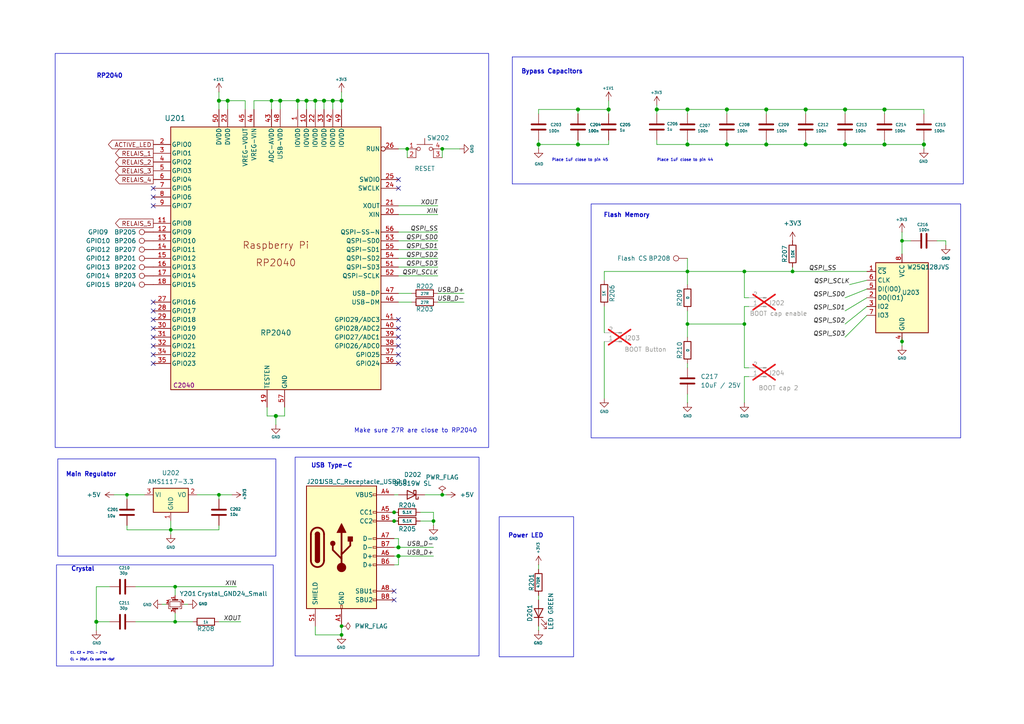
<source format=kicad_sch>
(kicad_sch (version 20231120) (generator "eeschema") (generator_version "8.0")
  (paper "A4")
  (title_block (title "Octoprobe") (date "2024-04-24") (rev "1.0") (company "Hans Märki, Märki Informatik") (comment 1 "The MIT License (MIT)"))
  (lib_symbols
    (symbol "00_project_library:AMS1117-3.3"
      (property "Reference" "U" (at -3.81 3.175 0))
      (property "Value" "AMS1117-3.3" (at 0 3.175 0))
      (symbol "AMS1117-3.3_1_1"
        (pin power_in line (at 0 -7.62 90) (length 2.54) (name "GND") (number "1"))
        (pin power_out line (at 7.62 0 180) (length 2.54) (name "VO") (number "2"))
        (pin power_in line (at -7.62 0 0) (length 2.54) (name "VI") (number "3"))
      )
    )
    (symbol "00_project_library:C" (pin_numbers hide) (pin_names (offset 0.254))
      (property "Reference" "C" (at 0.635 2.54 0))
      (property "Value" "C" (at 0.635 -2.54 0))
      (symbol "C_1_1"
        (pin passive line (at 0 3.81 270) (length 2.794) (name "~") (number "1"))
        (pin passive line (at 0 -3.81 90) (length 2.794) (name "~") (number "2"))
      )
    )
    (symbol "00_project_library:Crystal_GND24_Small" (pin_names (offset 1.016) hide)
      (property "Reference" "Y" (at 1.27 4.445 0))
      (property "Value" "Crystal_GND24_Small" (at 1.27 2.54 0))
      (symbol "Crystal_GND24_Small_1_1"
        (pin passive line (at -2.54 0 0) (length 1.27) (name "1") (number "1"))
        (pin passive line (at 0 -2.54 90) (length 0.635) (name "2") (number "2"))
        (pin passive line (at 2.54 0 180) (length 1.27) (name "3") (number "3"))
        (pin passive line (at 0 2.54 270) (length 0.635) (name "4") (number "4"))
      )
    )
    (symbol "00_project_library:LED GREEN" (pin_numbers hide) (pin_names (offset 1.016) hide)
      (property "Reference" "D" (at 0 2.54 0))
      (property "Value" "LED GREEN" (at 0 -2.54 0))
      (symbol "LED GREEN_1_1"
        (pin passive line (at -3.81 0 0) (length 2.54) (name "K") (number "1"))
        (pin passive line (at 3.81 0 180) (length 2.54) (name "A") (number "2"))
      )
    )
    (symbol "00_project_library:RP2040" (pin_names (offset 0.254))
      (property "Reference" "U" (at 1.27 78.74 0))
      (property "Value" "RP2040" (at 30.48 16.51 0))
      (symbol "RP2040_0_0"
        (text "Raspberry Pi" (at 30.48 41.91 0) (effects (font (size 2 2))))
        (text "RP2040" (at 30.48 36.83 0) (effects (font (size 2 2))))
      )
      (symbol "RP2040_1_1"
        (pin power_in line (at 36.83 81.28 270) (length 5.08) (name "IOVDD") (number "1"))
        (pin power_in line (at 39.37 81.28 270) (length 5.08) (name "IOVDD") (number "10"))
        (pin bidirectional line (at -5.08 48.26 0) (length 5.08) (name "GPIO8") (number "11"))
        (pin bidirectional line (at -5.08 45.72 0) (length 5.08) (name "GPIO9") (number "12"))
        (pin bidirectional line (at -5.08 43.18 0) (length 5.08) (name "GPIO10") (number "13"))
        (pin bidirectional line (at -5.08 40.64 0) (length 5.08) (name "GPIO11") (number "14"))
        (pin bidirectional line (at -5.08 38.1 0) (length 5.08) (name "GPIO12") (number "15"))
        (pin bidirectional line (at -5.08 35.56 0) (length 5.08) (name "GPIO13") (number "16"))
        (pin bidirectional line (at -5.08 33.02 0) (length 5.08) (name "GPIO14") (number "17"))
        (pin bidirectional line (at -5.08 30.48 0) (length 5.08) (name "GPIO15") (number "18"))
        (pin input line (at 27.94 -5.08 90) (length 5.08) (name "TESTEN") (number "19"))
        (pin bidirectional line (at -5.08 71.12 0) (length 5.08) (name "GPIO0") (number "2"))
        (pin bidirectional line (at 66.04 50.8 180) (length 5.08) (name "XIN") (number "20"))
        (pin output line (at 66.04 53.34 180) (length 5.08) (name "XOUT") (number "21"))
        (pin power_in line (at 41.91 81.28 270) (length 5.08) (name "IOVDD") (number "22"))
        (pin power_in line (at 16.51 81.28 270) (length 5.08) (name "DVDD") (number "23"))
        (pin unspecified line (at 66.04 58.42 180) (length 5.08) (name "SWCLK") (number "24"))
        (pin unspecified line (at 66.04 60.96 180) (length 5.08) (name "SWDIO") (number "25"))
        (pin input inverted (at 66.04 69.85 180) (length 5.08) (name "RUN") (number "26"))
        (pin bidirectional line (at -5.08 25.4 0) (length 5.08) (name "GPIO16") (number "27"))
        (pin bidirectional line (at -5.08 22.86 0) (length 5.08) (name "GPIO17") (number "28"))
        (pin bidirectional line (at -5.08 20.32 0) (length 5.08) (name "GPIO18") (number "29"))
        (pin bidirectional line (at -5.08 68.58 0) (length 5.08) (name "GPIO1") (number "3"))
        (pin bidirectional line (at -5.08 17.78 0) (length 5.08) (name "GPIO19") (number "30"))
        (pin bidirectional line (at -5.08 15.24 0) (length 5.08) (name "GPIO20") (number "31"))
        (pin bidirectional line (at -5.08 12.7 0) (length 5.08) (name "GPIO21") (number "32"))
        (pin power_in line (at 44.45 81.28 270) (length 5.08) (name "IOVDD") (number "33"))
        (pin bidirectional line (at -5.08 10.16 0) (length 5.08) (name "GPIO22") (number "34"))
        (pin bidirectional line (at -5.08 7.62 0) (length 5.08) (name "GPIO23") (number "35"))
        (pin bidirectional line (at 66.04 7.62 180) (length 5.08) (name "GPIO24") (number "36"))
        (pin bidirectional line (at 66.04 10.16 180) (length 5.08) (name "GPIO25") (number "37"))
        (pin bidirectional line (at 66.04 12.7 180) (length 5.08) (name "GPIO26/ADC0") (number "38"))
        (pin bidirectional line (at 66.04 15.24 180) (length 5.08) (name "GPIO27/ADC1") (number "39"))
        (pin bidirectional line (at -5.08 66.04 0) (length 5.08) (name "GPIO2") (number "4"))
        (pin bidirectional line (at 66.04 17.78 180) (length 5.08) (name "GPIO28/ADC2") (number "40"))
        (pin bidirectional line (at 66.04 20.32 180) (length 5.08) (name "GPIO29/ADC3") (number "41"))
        (pin power_in line (at 46.99 81.28 270) (length 5.08) (name "IOVDD") (number "42"))
        (pin power_in line (at 29.21 81.28 270) (length 5.08) (name "ADC-AVDD") (number "43"))
        (pin power_in line (at 24.13 81.28 270) (length 5.08) (name "VREG-VIN") (number "44"))
        (pin power_out line (at 21.59 81.28 270) (length 5.08) (name "VREG-VOUT") (number "45"))
        (pin bidirectional line (at 66.04 25.4 180) (length 5.08) (name "USB-DM") (number "46"))
        (pin bidirectional line (at 66.04 27.94 180) (length 5.08) (name "USB-DP") (number "47"))
        (pin power_in line (at 31.75 81.28 270) (length 5.08) (name "USB-VDD") (number "48"))
        (pin power_in line (at 49.53 81.28 270) (length 5.08) (name "IOVDD") (number "49"))
        (pin bidirectional line (at -5.08 63.5 0) (length 5.08) (name "GPIO3") (number "5"))
        (pin power_in line (at 13.97 81.28 270) (length 5.08) (name "DVDD") (number "50"))
        (pin bidirectional line (at 66.04 35.56 180) (length 5.08) (name "QSPI-SD3") (number "51"))
        (pin bidirectional line (at 66.04 33.02 180) (length 5.08) (name "QSPI-SCLK") (number "52"))
        (pin bidirectional line (at 66.04 43.18 180) (length 5.08) (name "QSPI-SD0") (number "53"))
        (pin bidirectional line (at 66.04 38.1 180) (length 5.08) (name "QSPI-SD2") (number "54"))
        (pin bidirectional line (at 66.04 40.64 180) (length 5.08) (name "QSPI-SD1") (number "55"))
        (pin bidirectional line (at 66.04 45.72 180) (length 5.08) (name "QSPI-SS-N") (number "56"))
        (pin power_in line (at 33.02 -5.08 90) (length 5.08) (name "GND") (number "57"))
        (pin bidirectional line (at -5.08 60.96 0) (length 5.08) (name "GPIO4") (number "6"))
        (pin bidirectional line (at -5.08 58.42 0) (length 5.08) (name "GPIO5") (number "7"))
        (pin bidirectional line (at -5.08 55.88 0) (length 5.08) (name "GPIO6") (number "8"))
        (pin bidirectional line (at -5.08 53.34 0) (length 5.08) (name "GPIO7") (number "9"))
      )
    )
    (symbol "00_project_library:SW_MEC_5E" (pin_names (offset 1.016) hide)
      (property "Reference" "SW" (at 0.635 5.715 0))
      (property "Value" "SW_MEC_5E" (at 0 -3.175 0))
      (symbol "SW_MEC_5E_0_1"
        (pin passive line (at -5.08 2.54 0) (length 2.54) (name "1") (number "1"))
        (pin passive line (at -5.08 0 0) (length 2.54) (name "2") (number "2"))
        (pin passive line (at 5.08 0 180) (length 2.54) (name "K") (number "3"))
        (pin passive line (at 5.08 2.54 180) (length 2.54) (name "A") (number "4"))
      )
    )
    (symbol "00_project_library:USB_C_Receptacle_USB2.0" (pin_names (offset 1.016))
      (property "Reference" "J" (at -10.16 19.05 0))
      (property "Value" "USB_C_Receptacle_USB2.0" (at 19.05 19.05 0))
      (symbol "USB_C_Receptacle_USB2.0_1_1"
        (pin passive line (at 0 -22.86 90) (length 5.08) (name "GND") (number "A1"))
        (pin passive line (at 0 -22.86 90) (length 5.08) hide (name "GND") (number "A12"))
        (pin passive line (at 15.24 15.24 180) (length 5.08) (name "VBUS") (number "A4"))
        (pin bidirectional line (at 15.24 10.16 180) (length 5.08) (name "CC1") (number "A5"))
        (pin bidirectional line (at 15.24 -2.54 180) (length 5.08) (name "D+") (number "A6"))
        (pin bidirectional line (at 15.24 2.54 180) (length 5.08) (name "D-") (number "A7"))
        (pin bidirectional line (at 15.24 -12.7 180) (length 5.08) (name "SBU1") (number "A8"))
        (pin passive line (at 15.24 15.24 180) (length 5.08) hide (name "VBUS") (number "A9"))
        (pin passive line (at 0 -22.86 90) (length 5.08) hide (name "GND") (number "B1"))
        (pin passive line (at 0 -22.86 90) (length 5.08) hide (name "GND") (number "B12"))
        (pin passive line (at 15.24 15.24 180) (length 5.08) hide (name "VBUS") (number "B4"))
        (pin bidirectional line (at 15.24 7.62 180) (length 5.08) (name "CC2") (number "B5"))
        (pin bidirectional line (at 15.24 -5.08 180) (length 5.08) (name "D+") (number "B6"))
        (pin bidirectional line (at 15.24 0 180) (length 5.08) (name "D-") (number "B7"))
        (pin bidirectional line (at 15.24 -15.24 180) (length 5.08) (name "SBU2") (number "B8"))
        (pin passive line (at 15.24 15.24 180) (length 5.08) hide (name "VBUS") (number "B9"))
        (pin passive line (at -7.62 -22.86 90) (length 5.08) (name "SHIELD") (number "S1"))
      )
    )
    (symbol "00_project_library:W25Q128JVS"
      (property "Reference" "U" (at -8.89 8.89 0))
      (property "Value" "W25Q128JVS" (at 7.62 8.89 0))
      (symbol "W25Q128JVS_1_1"
        (pin input line (at -10.16 7.62 0) (length 2.54) (name "~{CS}") (number "1"))
        (pin bidirectional line (at -10.16 0 0) (length 2.54) (name "DO(IO1)") (number "2"))
        (pin bidirectional line (at -10.16 -2.54 0) (length 2.54) (name "IO2") (number "3"))
        (pin power_in line (at 0 -12.7 90) (length 2.54) (name "GND") (number "4"))
        (pin bidirectional line (at -10.16 2.54 0) (length 2.54) (name "DI(IO0)") (number "5"))
        (pin input line (at -10.16 5.08 0) (length 2.54) (name "CLK") (number "6"))
        (pin bidirectional line (at -10.16 -5.08 0) (length 2.54) (name "IO3") (number "7"))
        (pin power_in line (at 0 12.7 270) (length 2.54) (name "VCC") (number "8"))
      )
    )
    (symbol "00_project_library:octoprobe_breakout_label" (pin_numbers hide) (pin_names (offset 0.762) hide)
      (property "Reference" "BP" (at -10.414 0 0))
      (property "Value" "octoprobe_prototype_board" (at -25.146 0 0))
      (symbol "octoprobe_breakout_label_1_1"
        (pin passive line (at 0 0 180) (length 2.54) (name "1") (number "1"))
      )
    )
    (symbol "Connector:Conn_01x02_Pin" (pin_names (offset 1.016) hide)
      (property "Reference" "J" (at 0 2.54 0))
      (property "Value" "Conn_01x02_Pin" (at 0 -5.08 0))
      (symbol "Conn_01x02_Pin_1_1"
        (pin passive line (at 5.08 0 180) (length 3.81) (name "Pin_1") (number "1"))
        (pin passive line (at 5.08 -2.54 180) (length 3.81) (name "Pin_2") (number "2"))
      )
    )
    (symbol "Device:D_Schottky" (pin_numbers hide) (pin_names (offset 1.016) hide)
      (property "Reference" "D" (at 0 2.54 0))
      (property "Value" "D_Schottky" (at 0 -2.54 0))
      (symbol "D_Schottky_1_1"
        (pin passive line (at -3.81 0 0) (length 2.54) (name "K") (number "1"))
        (pin passive line (at 3.81 0 180) (length 2.54) (name "A") (number "2"))
      )
    )
    (symbol "Device:R" (pin_numbers hide) (pin_names (offset 0))
      (property "Reference" "R" (at 2.032 0 90))
      (property "Value" "R" (at 0 0 90))
      (symbol "R_1_1"
        (pin passive line (at 0 3.81 270) (length 1.27) (name "~") (number "1"))
        (pin passive line (at 0 -3.81 90) (length 1.27) (name "~") (number "2"))
      )
    )
    (symbol "power:+1V1" (power) (pin_numbers hide) (pin_names (offset 0) hide)
      (property "Value" "+1V1" (at 0 3.556 0))
      (symbol "+1V1_1_1"
        (pin power_in line (at 0 0 90) (length 0) (name "~") (number "1"))
      )
    )
    (symbol "power:+3V3" (power) (pin_numbers hide) (pin_names (offset 0) hide)
      (property "Value" "+3V3" (at 0 3.556 0))
      (symbol "+3V3_1_1"
        (pin power_in line (at 0 0 90) (length 0) (name "~") (number "1"))
      )
    )
    (symbol "power:+5V" (power) (pin_numbers hide) (pin_names (offset 0) hide)
      (property "Value" "+5V" (at 0 3.556 0))
      (symbol "+5V_1_1"
        (pin power_in line (at 0 0 90) (length 0) (name "~") (number "1"))
      )
    )
    (symbol "power:GND" (power) (pin_numbers hide) (pin_names (offset 0) hide)
      (property "Value" "GND" (at 0 -3.81 0))
      (symbol "GND_1_1"
        (pin power_in line (at 0 0 270) (length 0) (name "~") (number "1"))
      )
    )
    (symbol "power:PWR_FLAG" (power) (pin_numbers hide) (pin_names (offset 0) hide)
      (property "Value" "PWR_FLAG" (at 0 3.81 0))
      (symbol "PWR_FLAG_0_0"
        (pin power_out line (at 0 0 90) (length 0) (name "~") (number "1"))
      )
    )
  )
  (junction (at 91.44 29.21) (diameter 1.016))
  (junction (at 261.62 69.85))
  (junction (at 199.39 93.98))
  (junction (at 80.01 120.65) (diameter 1.016))
  (junction (at 176.53 31.75) (diameter 1.016))
  (junction (at 261.62 99.06))
  (junction (at 99.06 29.21) (diameter 1.016))
  (junction (at 222.25 31.75) (diameter 1.016))
  (junction (at 156.21 41.91) (diameter 1.016))
  (junction (at 78.74 29.21))
  (junction (at 125.73 151.13))
  (junction (at 233.68 31.75) (diameter 1.016))
  (junction (at 63.5 29.21) (diameter 1.016))
  (junction (at 222.25 41.91) (diameter 1.016))
  (junction (at 245.11 31.75) (diameter 1.016))
  (junction (at 88.9 29.21) (diameter 1.016))
  (junction (at 199.39 78.74))
  (junction (at 49.53 153.67))
  (junction (at 167.64 41.91) (diameter 1.016))
  (junction (at 81.28 29.21) (diameter 1.016))
  (junction (at 210.82 31.75) (diameter 1.016))
  (junction (at 190.5 31.75) (diameter 1.016))
  (junction (at 215.9 93.98))
  (junction (at 267.97 41.91) (diameter 1.016))
  (junction (at 96.52 29.21) (diameter 1.016))
  (junction (at 36.83 143.51))
  (junction (at 115.57 161.29) (diameter 1.016))
  (junction (at 114.3 148.59))
  (junction (at 86.36 29.21) (diameter 1.016))
  (junction (at 66.04 29.21) (diameter 1.016))
  (junction (at 256.54 31.75) (diameter 1.016))
  (junction (at 199.39 41.91) (diameter 1.016))
  (junction (at 63.5 143.51))
  (junction (at 210.82 41.91) (diameter 1.016))
  (junction (at 128.27 43.18))
  (junction (at 50.8 170.18))
  (junction (at 27.94 180.34) (diameter 1.016))
  (junction (at 256.54 41.91) (diameter 1.016))
  (junction (at 215.9 78.74))
  (junction (at 118.11 43.18))
  (junction (at 99.06 181.61))
  (junction (at 99.06 184.15))
  (junction (at 93.98 29.21) (diameter 1.016))
  (junction (at 233.68 41.91) (diameter 1.016))
  (junction (at 245.11 41.91) (diameter 1.016))
  (junction (at 50.8 180.34))
  (junction (at 229.87 78.74))
  (junction (at 115.57 158.75) (diameter 1.016))
  (junction (at 114.3 151.13))
  (junction (at 167.64 31.75) (diameter 1.016))
  (junction (at 199.39 31.75) (diameter 1.016))
  (junction (at 128.27 143.51))
  (no_connect (at 44.45 95.25))
  (no_connect (at 114.3 173.99))
  (no_connect (at 44.45 57.15))
  (no_connect (at 44.45 87.63))
  (no_connect (at 114.3 171.45))
  (no_connect (at 115.57 102.87))
  (no_connect (at 44.45 105.41))
  (no_connect (at 115.57 52.07))
  (no_connect (at 44.45 90.17))
  (no_connect (at 44.45 54.61))
  (no_connect (at 44.45 100.33))
  (no_connect (at 115.57 100.33))
  (no_connect (at 115.57 95.25))
  (no_connect (at 115.57 105.41))
  (no_connect (at 115.57 92.71))
  (no_connect (at 115.57 54.61))
  (no_connect (at 44.45 92.71))
  (no_connect (at 44.45 102.87))
  (no_connect (at 44.45 59.69))
  (no_connect (at 44.45 97.79))
  (no_connect (at 115.57 97.79))
  (wire (pts (xy 99.06 31.75) (xy 99.06 29.21)))
  (wire (pts (xy 121.92 148.59) (xy 125.73 148.59)))
  (wire (pts (xy 115.57 69.85) (xy 127 69.85)))
  (wire (pts (xy 199.39 116.84) (xy 199.39 114.3)))
  (wire (pts (xy 80.01 120.65) (xy 82.55 120.65)))
  (wire (pts (xy 215.9 78.74) (xy 215.9 86.36)))
  (wire (pts (xy 118.11 43.18) (xy 118.11 45.72)))
  (wire (pts (xy 82.55 120.65) (xy 82.55 118.11)))
  (wire (pts (xy 91.44 29.21) (xy 93.98 29.21)))
  (wire (pts (xy 81.28 31.75) (xy 81.28 29.21)))
  (wire (pts (xy 222.25 41.91) (xy 210.82 41.91)))
  (wire (pts (xy 96.52 29.21) (xy 99.06 29.21)))
  (wire (pts (xy 93.98 29.21) (xy 96.52 29.21)))
  (wire (pts (xy 271.78 69.85) (xy 274.32 69.85)))
  (wire (pts (xy 256.54 33.02) (xy 256.54 31.75)))
  (wire (pts (xy 63.5 144.78) (xy 63.5 143.51)))
  (wire (pts (xy 49.53 153.67) (xy 49.53 154.94)))
  (wire (pts (xy 199.39 40.64) (xy 199.39 41.91)))
  (wire (pts (xy 115.57 62.23) (xy 127 62.23)))
  (wire (pts (xy 251.46 88.9) (xy 245.11 93.98)))
  (wire (pts (xy 233.68 33.02) (xy 233.68 31.75)))
  (polyline (pts (xy 148.59 16.51) (xy 148.59 53.34)))
  (wire (pts (xy 215.9 109.22) (xy 215.9 116.84)))
  (wire (pts (xy 190.5 31.75) (xy 190.5 33.02)))
  (wire (pts (xy 229.87 77.47) (xy 229.87 78.74)))
  (wire (pts (xy 167.64 41.91) (xy 167.64 40.64)))
  (wire (pts (xy 256.54 31.75) (xy 267.97 31.75)))
  (wire (pts (xy 261.62 99.06) (xy 261.62 100.33)))
  (wire (pts (xy 115.57 67.31) (xy 127 67.31)))
  (wire (pts (xy 199.39 31.75) (xy 210.82 31.75)))
  (wire (pts (xy 78.74 31.75) (xy 78.74 29.21)))
  (wire (pts (xy 115.57 158.75) (xy 125.73 158.75)))
  (wire (pts (xy 256.54 41.91) (xy 245.11 41.91)))
  (wire (pts (xy 115.57 59.69) (xy 127 59.69)))
  (wire (pts (xy 80.01 123.19) (xy 80.01 120.65)))
  (wire (pts (xy 39.37 180.34) (xy 50.8 180.34)))
  (wire (pts (xy 251.46 83.82) (xy 245.11 86.36)))
  (polyline (pts (xy 279.4 53.34) (xy 148.59 53.34)))
  (wire (pts (xy 190.5 40.64) (xy 190.5 41.91)))
  (wire (pts (xy 245.11 41.91) (xy 233.68 41.91)))
  (wire (pts (xy 175.26 88.9) (xy 175.26 96.52)))
  (wire (pts (xy 245.11 40.64) (xy 245.11 41.91)))
  (wire (pts (xy 156.21 41.91) (xy 167.64 41.91)))
  (wire (pts (xy 36.83 152.4) (xy 36.83 153.67)))
  (wire (pts (xy 88.9 29.21) (xy 91.44 29.21)))
  (wire (pts (xy 175.26 78.74) (xy 199.39 78.74)))
  (wire (pts (xy 115.57 72.39) (xy 127 72.39)))
  (wire (pts (xy 78.74 29.21) (xy 81.28 29.21)))
  (wire (pts (xy 36.83 143.51) (xy 36.83 144.78)))
  (wire (pts (xy 123.19 143.51) (xy 128.27 143.51)))
  (wire (pts (xy 93.98 31.75) (xy 93.98 29.21)))
  (wire (pts (xy 245.11 31.75) (xy 256.54 31.75)))
  (wire (pts (xy 267.97 41.91) (xy 267.97 43.18)))
  (wire (pts (xy 63.5 26.67) (xy 63.5 29.21)))
  (wire (pts (xy 66.04 31.75) (xy 66.04 29.21)))
  (wire (pts (xy 274.32 69.85) (xy 274.32 71.12)))
  (wire (pts (xy 127 85.09) (xy 134.62 85.09)))
  (wire (pts (xy 77.47 120.65) (xy 77.47 118.11)))
  (wire (pts (xy 175.26 78.74) (xy 175.26 81.28)))
  (wire (pts (xy 50.8 177.8) (xy 50.8 180.34)))
  (wire (pts (xy 199.39 78.74) (xy 215.9 78.74)))
  (wire (pts (xy 199.39 106.68) (xy 199.39 105.41)))
  (wire (pts (xy 156.21 172.72) (xy 156.21 173.99)))
  (wire (pts (xy 86.36 31.75) (xy 86.36 29.21)))
  (wire (pts (xy 245.11 33.02) (xy 245.11 31.75)))
  (wire (pts (xy 99.06 181.61) (xy 99.06 184.15)))
  (wire (pts (xy 91.44 184.15) (xy 99.06 184.15)))
  (wire (pts (xy 251.46 81.28) (xy 246.38 82.55)))
  (wire (pts (xy 31.75 180.34) (xy 27.94 180.34)))
  (wire (pts (xy 267.97 33.02) (xy 267.97 31.75)))
  (wire (pts (xy 176.53 29.21) (xy 176.53 31.75)))
  (wire (pts (xy 73.66 31.75) (xy 73.66 29.21)))
  (wire (pts (xy 261.62 67.31) (xy 261.62 69.85)))
  (wire (pts (xy 46.99 175.26) (xy 48.26 175.26)))
  (wire (pts (xy 190.5 31.75) (xy 199.39 31.75)))
  (wire (pts (xy 190.5 41.91) (xy 199.39 41.91)))
  (wire (pts (xy 31.75 170.18) (xy 27.94 170.18)))
  (wire (pts (xy 49.53 151.13) (xy 49.53 153.67)))
  (wire (pts (xy 199.39 97.79) (xy 199.39 93.98)))
  (wire (pts (xy 199.39 78.74) (xy 199.39 82.55)))
  (wire (pts (xy 128.27 43.18) (xy 133.35 43.18)))
  (wire (pts (xy 114.3 158.75) (xy 115.57 158.75)))
  (wire (pts (xy 91.44 31.75) (xy 91.44 29.21)))
  (wire (pts (xy 86.36 29.21) (xy 88.9 29.21)))
  (wire (pts (xy 96.52 29.21) (xy 96.52 31.75)))
  (wire (pts (xy 267.97 40.64) (xy 267.97 41.91)))
  (wire (pts (xy 210.82 40.64) (xy 210.82 41.91)))
  (wire (pts (xy 63.5 180.34) (xy 69.85 180.34)))
  (wire (pts (xy 261.62 97.79) (xy 261.62 99.06)))
  (wire (pts (xy 27.94 180.34) (xy 27.94 182.88)))
  (wire (pts (xy 229.87 78.74) (xy 251.46 78.74)))
  (wire (pts (xy 215.9 106.68) (xy 217.17 106.68)))
  (wire (pts (xy 156.21 31.75) (xy 167.64 31.75)))
  (wire (pts (xy 36.83 153.67) (xy 49.53 153.67)))
  (wire (pts (xy 71.12 29.21) (xy 66.04 29.21)))
  (wire (pts (xy 41.91 143.51) (xy 36.83 143.51)))
  (wire (pts (xy 115.57 87.63) (xy 119.38 87.63)))
  (wire (pts (xy 50.8 180.34) (xy 55.88 180.34)))
  (wire (pts (xy 121.92 151.13) (xy 125.73 151.13)))
  (wire (pts (xy 33.02 143.51) (xy 36.83 143.51)))
  (wire (pts (xy 127 87.63) (xy 134.62 87.63)))
  (wire (pts (xy 115.57 85.09) (xy 119.38 85.09)))
  (wire (pts (xy 176.53 31.75) (xy 176.53 33.02)))
  (wire (pts (xy 50.8 170.18) (xy 50.8 172.72)))
  (wire (pts (xy 114.3 151.13) (xy 115.57 151.13)))
  (wire (pts (xy 261.62 69.85) (xy 261.62 73.66)))
  (wire (pts (xy 215.9 106.68) (xy 215.9 93.98)))
  (wire (pts (xy 251.46 91.44) (xy 245.11 97.79)))
  (wire (pts (xy 199.39 93.98) (xy 215.9 93.98)))
  (wire (pts (xy 233.68 40.64) (xy 233.68 41.91)))
  (wire (pts (xy 73.66 29.21) (xy 78.74 29.21)))
  (wire (pts (xy 156.21 41.91) (xy 156.21 43.18)))
  (wire (pts (xy 67.31 143.51) (xy 63.5 143.51)))
  (wire (pts (xy 261.62 69.85) (xy 264.16 69.85)))
  (wire (pts (xy 233.68 41.91) (xy 222.25 41.91)))
  (wire (pts (xy 233.68 31.75) (xy 245.11 31.75)))
  (wire (pts (xy 210.82 33.02) (xy 210.82 31.75)))
  (polyline (pts (xy 148.59 16.51) (xy 279.4 16.51)))
  (wire (pts (xy 199.39 74.93) (xy 199.39 78.74)))
  (wire (pts (xy 156.21 165.1) (xy 156.21 163.83)))
  (wire (pts (xy 49.53 153.67) (xy 63.5 153.67)))
  (wire (pts (xy 215.9 88.9) (xy 215.9 93.98)))
  (wire (pts (xy 167.64 31.75) (xy 176.53 31.75)))
  (wire (pts (xy 91.44 181.61) (xy 91.44 184.15)))
  (wire (pts (xy 115.57 43.18) (xy 118.11 43.18)))
  (wire (pts (xy 215.9 78.74) (xy 229.87 78.74)))
  (wire (pts (xy 125.73 151.13) (xy 125.73 152.4)))
  (wire (pts (xy 88.9 31.75) (xy 88.9 29.21)))
  (wire (pts (xy 176.53 41.91) (xy 167.64 41.91)))
  (wire (pts (xy 81.28 29.21) (xy 86.36 29.21)))
  (wire (pts (xy 222.25 31.75) (xy 233.68 31.75)))
  (wire (pts (xy 215.9 109.22) (xy 217.17 109.22)))
  (wire (pts (xy 251.46 86.36) (xy 245.11 90.17)))
  (wire (pts (xy 114.3 143.51) (xy 115.57 143.51)))
  (wire (pts (xy 63.5 143.51) (xy 57.15 143.51)))
  (wire (pts (xy 222.25 40.64) (xy 222.25 41.91)))
  (wire (pts (xy 63.5 29.21) (xy 63.5 31.75)))
  (wire (pts (xy 80.01 120.65) (xy 77.47 120.65)))
  (wire (pts (xy 63.5 29.21) (xy 66.04 29.21)))
  (wire (pts (xy 167.64 33.02) (xy 167.64 31.75)))
  (wire (pts (xy 210.82 41.91) (xy 199.39 41.91)))
  (wire (pts (xy 114.3 156.21) (xy 115.57 156.21)))
  (wire (pts (xy 63.5 152.4) (xy 63.5 153.67)))
  (wire (pts (xy 215.9 86.36) (xy 217.17 86.36)))
  (wire (pts (xy 114.3 163.83) (xy 115.57 163.83)))
  (wire (pts (xy 256.54 41.91) (xy 267.97 41.91)))
  (wire (pts (xy 115.57 156.21) (xy 115.57 158.75)))
  (wire (pts (xy 156.21 40.64) (xy 156.21 41.91)))
  (polyline (pts (xy 279.4 16.51) (xy 279.4 53.34)))
  (wire (pts (xy 99.06 26.67) (xy 99.06 29.21)))
  (wire (pts (xy 125.73 148.59) (xy 125.73 151.13)))
  (wire (pts (xy 199.39 90.17) (xy 199.39 93.98)))
  (wire (pts (xy 53.34 175.26) (xy 54.61 175.26)))
  (wire (pts (xy 215.9 88.9) (xy 217.17 88.9)))
  (wire (pts (xy 27.94 170.18) (xy 27.94 180.34)))
  (wire (pts (xy 115.57 80.01) (xy 127 80.01)))
  (wire (pts (xy 175.26 99.06) (xy 175.26 115.57)))
  (wire (pts (xy 115.57 161.29) (xy 125.73 161.29)))
  (wire (pts (xy 128.27 43.18) (xy 128.27 45.72)))
  (wire (pts (xy 128.27 143.51) (xy 129.54 143.51)))
  (wire (pts (xy 256.54 40.64) (xy 256.54 41.91)))
  (wire (pts (xy 115.57 77.47) (xy 127 77.47)))
  (wire (pts (xy 39.37 170.18) (xy 50.8 170.18)))
  (wire (pts (xy 190.5 30.48) (xy 190.5 31.75)))
  (wire (pts (xy 71.12 31.75) (xy 71.12 29.21)))
  (wire (pts (xy 176.53 40.64) (xy 176.53 41.91)))
  (wire (pts (xy 156.21 33.02) (xy 156.21 31.75)))
  (wire (pts (xy 50.8 170.18) (xy 68.58 170.18)))
  (wire (pts (xy 114.3 161.29) (xy 115.57 161.29)))
  (wire (pts (xy 156.21 181.61) (xy 156.21 182.88)))
  (wire (pts (xy 115.57 163.83) (xy 115.57 161.29)))
  (wire (pts (xy 114.3 148.59) (xy 115.57 148.59)))
  (wire (pts (xy 210.82 31.75) (xy 222.25 31.75)))
  (wire (pts (xy 222.25 33.02) (xy 222.25 31.75)))
  (wire (pts (xy 199.39 33.02) (xy 199.39 31.75)))
  (wire (pts (xy 115.57 74.93) (xy 127 74.93)))
  (rectangle (start 16.383 163.83) (end 79.248 193.167))
  (rectangle (start 171.45 59.1509) (end 278.638 127))
  (rectangle (start 16.002 15.494) (end 141.732 129.794))
  (rectangle (start 16.764 133.096) (end 80.01 161.29))
  (rectangle (start 85.598 132.588) (end 138.938 190.246))
  (rectangle (start 144.78 149.86) (end 166.37 190.5))
  (text "USB Type-C" (at 90.17 135.89 0) (effects (font (size 1.27 1.27) (thickness 0.254) (bold yes)) (justify left bottom)))
  (text "Crystal" (at 20.574 165.862 0) (effects (font (size 1.27 1.27) (thickness 0.254) (bold yes)) (justify left bottom)))
  (text "Make sure 27R are close to RP2040" (at 138.43 125.73 0) (effects (font (size 1.27 1.27)) (justify right bottom)))
  (text "RP2040" (at 27.94 22.86 0) (effects (font (size 1.27 1.27) (thickness 0.254) (bold yes)) (justify left bottom)))
  (text "Place 1uF close to pin 44" (at 190.5 46.99 0) (effects (font (size 0.8 0.8)) (justify left bottom)))
  (text "Place 1uF close to pin 45" (at 160.02 46.99 0) (effects (font (size 0.8 0.8)) (justify left bottom)))
  (text "Power LED" (at 147.32 156.21 0) (effects (font (size 1.27 1.27) (thickness 0.254) (bold yes)) (justify left bottom)))
  (text "Main Regulator" (at 19.05 138.43 0) (effects (font (size 1.27 1.27) (thickness 0.254) (bold yes)) (justify left bottom)))
  (text "Flash Memory" (at 175.006 63.246 0) (effects (font (size 1.27 1.27) (thickness 0.254) (bold yes)) (justify left bottom)))
  (text "Bypass Capacitors" (at 151.13 21.59 0) (effects (font (size 1.27 1.27) (thickness 0.254) (bold yes)) (justify left bottom)))
  (text "C1, C2 = 2*CL - 2*Cs\n\nCL = 20pF, Cs can be ~5pF" (at 20.32 191.77 0) (effects (font (size 0.6 0.6)) (justify left bottom)))
  (label "QSPI_SCLK" (at 127 80.01 180) (effects (font (italic yes))))
  (label "QSPI_SD2" (at 245.11 93.98 180) (effects (font (italic yes))))
  (label "QSPI_SS" (at 127 67.31 180) (effects (font (italic yes))))
  (label "QSPI_SD1" (at 245.11 90.17 180) (effects (font (italic yes))))
  (label "QSPI_SD2" (at 127 74.93 180) (effects (font (italic yes))))
  (label "QSPI_SD0" (at 127 69.85 180) (effects (font (italic yes))))
  (label "XOUT" (at 69.85 180.34 180) (effects (font (italic yes))))
  (label "QSPI_SD1" (at 127 72.39 180) (effects (font (italic yes))))
  (label "QSPI_SD0" (at 245.11 86.36 180) (effects (font (italic yes))))
  (label "USB_D+" (at 134.62 85.09 180) (effects (font (italic yes))))
  (label "XIN" (at 68.58 170.18 180) (effects (font (italic yes))))
  (label "QSPI_SCLK" (at 246.38 82.55 180) (effects (font (italic yes))))
  (label "QSPI_SD3" (at 245.11 97.79 180) (effects (font (italic yes))))
  (label "QSPI_SD3" (at 127 77.47 180) (effects (font (italic yes))))
  (label "USB_D-" (at 125.73 158.75 180) (effects (font (italic yes))))
  (label "XOUT" (at 127 59.69 180) (effects (font (italic yes))))
  (label "QSPI_SS" (at 242.57 78.74 180) (effects (font (italic yes))))
  (label "XIN" (at 127 62.23 180) (effects (font (italic yes))))
  (label "USB_D-" (at 134.62 87.63 180) (effects (font (italic yes))))
  (label "USB_D+" (at 125.73 161.29 180) (effects (font (italic yes))))
  (global_label "RELAIS_4" (shape output) (at 44.45 52.07 180) (property "Intersheetrefs" "${INTERSHEET_REFS}" (effects (hide yes))))
  (global_label "ACTIVE_LED" (shape output) (at 44.45 41.91 180) (property "Intersheetrefs" "${INTERSHEET_REFS}" (effects (hide yes))))
  (global_label "RELAIS_3" (shape output) (at 44.45 49.53 180) (property "Intersheetrefs" "${INTERSHEET_REFS}" (effects (hide yes))))
  (global_label "RELAIS_2" (shape output) (at 44.45 46.99 180) (property "Intersheetrefs" "${INTERSHEET_REFS}" (effects (hide yes))))
  (global_label "RELAIS_5" (shape output) (at 44.45 64.77 180) (property "Intersheetrefs" "${INTERSHEET_REFS}" (effects (hide yes))))
  (global_label "RELAIS_1" (shape output) (at 44.45 44.45 180) (property "Intersheetrefs" "${INTERSHEET_REFS}" (effects (hide yes))))
  (symbol (lib_id "Connector:Conn_01x02_Pin") (at 180.34 99.06 180) (unit 1) (in_bom no) (dnp yes)
    (property "Reference" "J203" (at 180.848 98.044 0) (effects (justify right)))
    (property "Value" "BOOT Button" (at 181.102 101.346 0) (effects (justify right)))
    (property "Footprint" "Connector_PinHeader_2.54mm:PinHeader_1x02_P2.54mm_Vertical" (effects (hide yes)))
    (property "Description" "Generic connector, single row, 01x02, script generated" (effects (hide yes)))
  )
  (symbol (lib_id "Device:R") (at 123.19 87.63 270) (unit 1)
    (property "Reference" "R203" (at 123.19 89.662 90))
    (property "Value" "27R" (at 123.19 87.7316 90) (effects (font (size 0.8 0.8))))
    (property "Footprint" "Resistor_SMD:R_0402_1005Metric_Pad0.72x0.64mm_HandSolder" (effects (hide yes)))
  )
  (symbol (lib_id "00_project_library:Crystal_GND24_Small") (at 50.8 175.26 270) (unit 1)
    (property "Reference" "Y201" (at 52.07 172.212 90) (effects (justify left)))
    (property "Value" "Crystal_GND24_Small" (at 57.15 172.212 90) (effects (justify left)))
    (property "Footprint" "00_project_library:Crystal_SMD_3225-4Pin_3.2x2.5mm" (effects (hide yes)))
    (property "JLC" "C9002" (effects (hide yes)))
  )
  (symbol (lib_id "00_project_library:octoprobe_breakout_label") (at 199.39 74.93 0) (unit 1)
    (property "Reference" "BP208" (at 191.262 74.93 0))
    (property "Value" "Flash CS" (at 183.388 74.93 0))
    (property "Footprint" "00_project_library:octoprobe_breakout_label" (effects (hide yes)))
    (property "Datasheet" "https://www.roth-elektronik.com/de/produkte/detail/artnr/RE233-LF/category/Laborkarten+Dual+Inline" (effects (hide yes)))
    (property "Description" "Octoprobe Prototype Board" (effects (hide yes)))
  )
  (symbol (lib_id "00_project_library:C") (at 35.56 170.18 270) (unit 1)
    (property "Reference" "C210" (at 34.4424 164.719 90) (effects (font (size 0.8 0.8)) (justify left)))
    (property "Value" "30p" (at 34.671 166.243 90) (effects (font (size 0.8 0.8)) (justify left)))
    (property "Footprint" "Capacitor_SMD:C_0402_1005Metric" (effects (hide yes)))
    (property "Datasheet" "https://www.digikey.com/en/products/detail/yageo/CC0402JRNPO9BN270/302753" (effects (hide yes)))
    (property "JLC" "C1570" (effects (hide yes)))
  )
  (symbol (lib_id "power:+3V3") (at 156.21 163.83 0) (unit 1)
    (property "Reference" "#PWR0201" (effects (hide yes)))
    (property "Value" "+3V3" (at 156.083 158.9278 90) (effects (font (size 0.8 0.8))))
    (property "Description" "Power symbol creates a global label with name \"+3V3\"" (effects (hide yes)))
  )
  (symbol (lib_id "Device:R") (at 156.21 168.91 180) (unit 1)
    (property "Reference" "R201" (at 154.178 168.91 90))
    (property "Value" "470R" (at 156.1084 168.91 90) (effects (font (size 0.8 0.8))))
    (property "Footprint" "Resistor_SMD:R_0402_1005Metric_Pad0.72x0.64mm_HandSolder" (effects (hide yes)))
  )
  (symbol (lib_id "power:GND") (at 99.06 184.15 0) (unit 1)
    (property "Reference" "#PWR0211" (effects (hide yes)))
    (property "Value" "GND" (at 98.933 187.7822 0) (effects (font (size 0.8 0.8))))
    (property "Description" "Power symbol creates a global label with name \"GND\" , ground" (effects (hide yes)))
  )
  (symbol (lib_id "power:GND") (at 267.97 43.18 0) (unit 1)
    (property "Reference" "#PWR0223" (effects (hide yes)))
    (property "Value" "GND" (at 267.843 46.8122 0) (effects (font (size 0.8 0.8))))
    (property "Description" "Power symbol creates a global label with name \"GND\" , ground" (effects (hide yes)))
  )
  (symbol (lib_id "00_project_library:C") (at 156.21 36.83 0) (unit 1)
    (property "Reference" "C203" (at 159.639 36.1696 0) (effects (font (size 0.8 0.8)) (justify left)))
    (property "Value" "100n" (at 159.131 37.973 0) (effects (font (size 0.8 0.8)) (justify left)))
    (property "Footprint" "Capacitor_SMD:C_0402_1005Metric_Pad0.74x0.62mm_HandSolder" (effects (hide yes)))
  )
  (symbol (lib_id "Device:R") (at 199.39 101.6 0) (unit 1)
    (property "Reference" "R210" (at 197.104 101.6 90))
    (property "Value" "0" (at 199.4916 101.6 90) (effects (font (size 0.8 0.8))))
    (property "Footprint" "Resistor_SMD:R_0805_2012Metric_Pad1.20x1.40mm_HandSolder" (effects (hide yes)))
    (property "JLC" "C17477" (effects (hide yes)))
  )
  (symbol (lib_id "00_project_library:C") (at 233.68 36.83 0) (unit 1)
    (property "Reference" "C212" (at 237.109 36.1696 0) (effects (font (size 0.8 0.8)) (justify left)))
    (property "Value" "100n" (at 236.601 37.973 0) (effects (font (size 0.8 0.8)) (justify left)))
    (property "Footprint" "Capacitor_SMD:C_0402_1005Metric_Pad0.74x0.62mm_HandSolder" (effects (hide yes)))
  )
  (symbol (lib_id "power:GND") (at 156.21 43.18 0) (unit 1)
    (property "Reference" "#PWR0210" (effects (hide yes)))
    (property "Value" "GND" (at 156.337 47.5742 0) (effects (font (size 0.8 0.8))))
    (property "Description" "Power symbol creates a global label with name \"GND\" , ground" (effects (hide yes)))
  )
  (symbol (lib_id "power:GND") (at 46.99 175.26 270) (unit 1)
    (property "Reference" "#PWR0219" (effects (hide yes)))
    (property "Value" "GND" (at 42.7228 175.387 90) (effects (font (size 0.8 0.8))))
    (property "Description" "Power symbol creates a global label with name \"GND\" , ground" (effects (hide yes)))
  )
  (symbol (lib_id "power:GND") (at 199.39 116.84 0) (unit 1)
    (property "Reference" "#PWR0225" (effects (hide yes)))
    (property "Value" "GND" (at 199.39 120.65 0) (effects (font (size 0.8 0.8))))
    (property "Description" "Power symbol creates a global label with name \"GND\" , ground" (effects (hide yes)))
  )
  (symbol (lib_id "power:+3V3") (at 229.87 69.85 0) (unit 1)
    (property "Reference" "#PWR0218" (effects (hide yes)))
    (property "Value" "+3V3" (at 229.87 64.77 0))
    (property "Description" "Power symbol creates a global label with name \"+3V3\"" (effects (hide yes)))
  )
  (symbol (lib_id "Device:R") (at 59.69 180.34 270) (unit 1)
    (property "Reference" "R208" (at 59.69 182.372 90))
    (property "Value" "1k" (at 59.69 180.4416 90) (effects (font (size 0.8 0.8))))
    (property "Footprint" "Resistor_SMD:R_0402_1005Metric_Pad0.72x0.64mm_HandSolder" (effects (hide yes)))
  )
  (symbol (lib_id "00_project_library:octoprobe_breakout_label") (at 44.45 77.47 0) (unit 1)
    (property "Reference" "BP202" (at 36.322 77.47 0))
    (property "Value" "GPIO13" (at 28.448 77.47 0))
    (property "Footprint" "00_project_library:octoprobe_breakout_label" (effects (hide yes)))
    (property "Datasheet" "https://www.roth-elektronik.com/de/produkte/detail/artnr/RE233-LF/category/Laborkarten+Dual+Inline" (effects (hide yes)))
    (property "Description" "Octoprobe Prototype Board" (effects (hide yes)))
  )
  (symbol (lib_id "00_project_library:SW_MEC_5E") (at 123.19 45.72 0) (unit 1)
    (property "Reference" "SW202" (at 123.825 40.005 0) (effects (justify left)))
    (property "Value" "RESET" (at 123.19 48.895 0))
    (property "Footprint" "00_project_library:SW_TS-1187A-B-A-B" (effects (hide yes)))
    (property "Datasheet" "http://www.apem.com/int/index.php?controller=attachment&id_attachment=1371" (effects (hide yes)))
    (property "JLC" "C318884" (effects (hide yes)))
  )
  (symbol (lib_id "00_project_library:C") (at 167.64 36.83 0) (unit 1)
    (property "Reference" "C204" (at 171.069 36.1696 0) (effects (font (size 0.8 0.8)) (justify left)))
    (property "Value" "100n" (at 170.561 37.973 0) (effects (font (size 0.8 0.8)) (justify left)))
    (property "Footprint" "Capacitor_SMD:C_0402_1005Metric_Pad0.74x0.62mm_HandSolder" (effects (hide yes)))
  )
  (symbol (lib_id "power:PWR_FLAG") (at 128.27 143.51 0) (unit 1)
    (property "Reference" "#FLG0202" (effects (hide yes)))
    (property "Value" "PWR_FLAG" (at 128.27 138.43 0))
    (property "Description" "Special symbol for telling ERC where power comes from" (effects (hide yes)))
  )
  (symbol (lib_id "power:GND") (at 215.9 116.84 0) (unit 1)
    (property "Reference" "#PWR0226" (effects (hide yes)))
    (property "Value" "GND" (at 215.9 120.65 0) (effects (font (size 0.8 0.8))))
    (property "Description" "Power symbol creates a global label with name \"GND\" , ground" (effects (hide yes)))
  )
  (symbol (lib_id "power:+3V3") (at 67.31 143.51 270) (unit 1)
    (property "Reference" "#PWR0209" (effects (hide yes)))
    (property "Value" "+3V3" (at 70.9422 143.383 0) (effects (font (size 0.8 0.8))))
    (property "Description" "Power symbol creates a global label with name \"+3V3\"" (effects (hide yes)))
  )
  (symbol (lib_id "00_project_library:C") (at 36.83 148.59 0) (unit 1)
    (property "Reference" "C201" (at 31.115 147.8026 0) (effects (font (size 0.8 0.8)) (justify left)))
    (property "Value" "10u" (at 31.115 149.606 0) (effects (font (size 0.8 0.8)) (justify left)))
    (property "Footprint" "Capacitor_SMD:C_0603_1608Metric" (effects (hide yes)))
  )
  (symbol (lib_id "power:GND") (at 54.61 175.26 90) (unit 1)
    (property "Reference" "#PWR0220" (effects (hide yes)))
    (property "Value" "GND" (at 58.8772 175.133 90) (effects (font (size 0.8 0.8))))
    (property "Description" "Power symbol creates a global label with name \"GND\" , ground" (effects (hide yes)))
  )
  (symbol (lib_id "power:GND") (at 274.32 71.12 0) (unit 1)
    (property "Reference" "#PWR0224" (effects (hide yes)))
    (property "Value" "GND" (at 274.32 74.93 0) (effects (font (size 0.8 0.8))))
    (property "Description" "Power symbol creates a global label with name \"GND\" , ground" (effects (hide yes)))
  )
  (symbol (lib_id "power:GND") (at 261.62 100.33 0) (unit 1)
    (property "Reference" "#PWR0222" (effects (hide yes)))
    (property "Value" "GND" (at 261.62 103.886 0) (effects (font (size 0.8 0.8))))
    (property "Description" "Power symbol creates a global label with name \"GND\" , ground" (effects (hide yes)))
  )
  (symbol (lib_id "Device:R") (at 199.39 86.36 0) (unit 1)
    (property "Reference" "R209" (at 197.104 86.36 90))
    (property "Value" "0" (at 199.4916 86.36 90) (effects (font (size 0.8 0.8))))
    (property "Footprint" "Resistor_SMD:R_0805_2012Metric_Pad1.20x1.40mm_HandSolder" (effects (hide yes)))
    (property "JLC" "C17477" (effects (hide yes)))
  )
  (symbol (lib_id "00_project_library:C") (at 222.25 36.83 0) (unit 1)
    (property "Reference" "C209" (at 225.679 36.1696 0) (effects (font (size 0.8 0.8)) (justify left)))
    (property "Value" "100n" (at 225.171 37.973 0) (effects (font (size 0.8 0.8)) (justify left)))
    (property "Footprint" "Capacitor_SMD:C_0402_1005Metric_Pad0.74x0.62mm_HandSolder" (effects (hide yes)))
  )
  (symbol (lib_id "00_project_library:C") (at 245.11 36.83 0) (unit 1)
    (property "Reference" "C213" (at 248.285 36.1696 0) (effects (font (size 0.8 0.8)) (justify left)))
    (property "Value" "100n" (at 248.031 37.973 0) (effects (font (size 0.8 0.8)) (justify left)))
    (property "Footprint" "Capacitor_SMD:C_0402_1005Metric_Pad0.74x0.62mm_HandSolder" (effects (hide yes)))
  )
  (symbol (lib_id "Device:R") (at 229.87 73.66 0) (unit 1)
    (property "Reference" "R207" (at 227.584 73.66 90))
    (property "Value" "10K" (at 229.9716 73.66 90) (effects (font (size 0.8 0.8))))
    (property "Footprint" "Resistor_SMD:R_0402_1005Metric_Pad0.72x0.64mm_HandSolder" (effects (hide yes)))
  )
  (symbol (lib_id "power:GND") (at 175.26 115.57 0) (unit 1)
    (property "Reference" "#PWR0216" (effects (hide yes)))
    (property "Value" "GND" (at 175.26 119.38 0) (effects (font (size 0.8 0.8))))
    (property "Description" "Power symbol creates a global label with name \"GND\" , ground" (effects (hide yes)))
  )
  (symbol (lib_id "power:+3V3") (at 261.62 67.31 0) (unit 1)
    (property "Reference" "#PWR0221" (effects (hide yes)))
    (property "Value" "+3V3" (at 261.493 63.6778 0) (effects (font (size 0.8 0.8))))
    (property "Description" "Power symbol creates a global label with name \"+3V3\"" (effects (hide yes)))
  )
  (symbol (lib_id "power:GND") (at 49.53 154.94 0) (unit 1)
    (property "Reference" "#PWR0207" (effects (hide yes)))
    (property "Value" "GND" (at 49.53 158.75 0) (effects (font (size 0.8 0.8))))
    (property "Description" "Power symbol creates a global label with name \"GND\" , ground" (effects (hide yes)))
  )
  (symbol (lib_id "00_project_library:RP2040") (at 49.53 113.03 0) (unit 1)
    (property "Reference" "U201" (at 50.8 34.29 0) (effects (font (size 1.524 1.524))))
    (property "Value" "RP2040" (at 80.01 96.52 0) (effects (font (size 1.524 1.524))))
    (property "Footprint" "00_project_library:RP2040-QFN-56" (effects (hide yes)))
    (property "Datasheet" "https://datasheets.raspberrypi.org/rp2040/rp2040-datasheet.pdf" (effects (hide yes)))
    (property "Author" "CIRCUITSTATE Electronics" (effects (hide yes)))
    (property "License" "CC BY 4.0" (effects (hide yes)))
    (property "Revision" "1.3" (effects (hide yes)))
    (property "JLC" "C2040" (at 53.34 111.76 0))
  )
  (symbol (lib_id "00_project_library:octoprobe_breakout_label") (at 44.45 82.55 0) (unit 1)
    (property "Reference" "BP204" (at 36.322 82.55 0))
    (property "Value" "GPIO15" (at 28.448 82.55 0))
    (property "Footprint" "00_project_library:octoprobe_breakout_label" (effects (hide yes)))
    (property "Datasheet" "https://www.roth-elektronik.com/de/produkte/detail/artnr/RE233-LF/category/Laborkarten+Dual+Inline" (effects (hide yes)))
    (property "Description" "Octoprobe Prototype Board" (effects (hide yes)))
  )
  (symbol (lib_id "power:GND") (at 133.35 43.18 90) (unit 1)
    (property "Reference" "#PWR0208" (effects (hide yes)))
    (property "Value" "GND" (at 136.906 43.18 0) (effects (font (size 0.8 0.8))))
    (property "Description" "Power symbol creates a global label with name \"GND\" , ground" (effects (hide yes)))
  )
  (symbol (lib_id "00_project_library:C") (at 199.39 36.83 0) (unit 1)
    (property "Reference" "C207" (at 202.819 36.4236 0) (effects (font (size 0.8 0.8)) (justify left)))
    (property "Value" "100n" (at 202.311 37.973 0) (effects (font (size 0.8 0.8)) (justify left)))
    (property "Footprint" "Capacitor_SMD:C_0402_1005Metric_Pad0.74x0.62mm_HandSolder" (effects (hide yes)))
  )
  (symbol (lib_id "Device:R") (at 118.11 148.59 90) (unit 1)
    (property "Reference" "R204" (at 118.11 146.558 90))
    (property "Value" "5.1K" (at 118.11 148.59 90) (effects (font (size 0.8 0.8))))
    (property "Footprint" "Resistor_SMD:R_0402_1005Metric_Pad0.72x0.64mm_HandSolder" (effects (hide yes)))
  )
  (symbol (lib_id "00_project_library:octoprobe_breakout_label") (at 44.45 67.31 0) (unit 1)
    (property "Reference" "BP205" (at 36.322 67.31 0))
    (property "Value" "GPIO9" (at 28.448 67.31 0))
    (property "Footprint" "00_project_library:octoprobe_breakout_label" (effects (hide yes)))
    (property "Datasheet" "https://www.roth-elektronik.com/de/produkte/detail/artnr/RE233-LF/category/Laborkarten+Dual+Inline" (effects (hide yes)))
    (property "Description" "Octoprobe Prototype Board" (effects (hide yes)))
  )
  (symbol (lib_id "00_project_library:C") (at 199.39 110.49 0) (unit 1)
    (property "Reference" "C217" (at 203.2 109.2199 0) (effects (justify left)))
    (property "Value" "10uF / 25V" (at 203.2 111.7599 0) (effects (justify left)))
    (property "Footprint" "Capacitor_SMD:C_0805_2012Metric" (effects (hide yes)))
    (property "Description" "Unpolarized capacitor" (effects (hide yes)))
    (property "JLC" "C15850" (effects (hide yes)))
  )
  (symbol (lib_id "00_project_library:C") (at 267.97 69.85 90) (unit 1)
    (property "Reference" "C216" (at 269.2146 65.151 90) (effects (font (size 0.8 0.8)) (justify left)))
    (property "Value" "100n" (at 269.621 66.675 90) (effects (font (size 0.8 0.8)) (justify left)))
    (property "Footprint" "Capacitor_SMD:C_0402_1005Metric_Pad0.74x0.62mm_HandSolder" (effects (hide yes)))
  )
  (symbol (lib_id "00_project_library:USB_C_Receptacle_USB2.0") (at 99.06 158.75 0) (unit 1)
    (property "Reference" "J201" (at 88.9 139.7 0) (effects (justify left)))
    (property "Value" "USB_C_Receptacle_USB2.0" (at 118.11 139.7 0) (effects (justify right)))
    (property "Footprint" "00_project_library:USB_C_Receptacle_Palconn_UTC16-G" (effects (hide yes)))
    (property "Datasheet" "https://www.usb.org/sites/default/files/documents/usb_type-c.zip" (effects (hide yes)))
    (property "JLC" "C165948" (effects (hide yes)))
    (property "DigiKey" "https://www.digikey.com/en/products/detail/gct/USB4105-GF-A/11198441" (effects (hide yes)))
    (property "Digikey" "https://www.digikey.com/en/products/detail/gct/USB4105-GF-A/11198441" (effects (hide yes)))
  )
  (symbol (lib_id "00_project_library:C") (at 176.53 36.83 0) (unit 1)
    (property "Reference" "C205" (at 179.705 36.1696 0) (effects (font (size 0.8 0.8)) (justify left)))
    (property "Value" "1u" (at 179.705 37.719 0) (effects (font (size 0.8 0.8)) (justify left)))
    (property "Footprint" "Capacitor_SMD:C_0402_1005Metric_Pad0.74x0.62mm_HandSolder" (effects (hide yes)))
  )
  (symbol (lib_id "00_project_library:octoprobe_breakout_label") (at 44.45 72.39 0) (unit 1)
    (property "Reference" "BP207" (at 36.322 72.39 0))
    (property "Value" "GPIO12" (at 28.448 72.39 0))
    (property "Footprint" "00_project_library:octoprobe_breakout_label" (effects (hide yes)))
    (property "Datasheet" "https://www.roth-elektronik.com/de/produkte/detail/artnr/RE233-LF/category/Laborkarten+Dual+Inline" (effects (hide yes)))
    (property "Description" "Octoprobe Prototype Board" (effects (hide yes)))
  )
  (symbol (lib_id "00_project_library:octoprobe_breakout_label") (at 44.45 80.01 0) (unit 1)
    (property "Reference" "BP203" (at 36.322 80.01 0))
    (property "Value" "GPIO14" (at 28.448 80.01 0))
    (property "Footprint" "00_project_library:octoprobe_breakout_label" (effects (hide yes)))
    (property "Datasheet" "https://www.roth-elektronik.com/de/produkte/detail/artnr/RE233-LF/category/Laborkarten+Dual+Inline" (effects (hide yes)))
    (property "Description" "Octoprobe Prototype Board" (effects (hide yes)))
  )
  (symbol (lib_id "power:+5V") (at 129.54 143.51 270) (unit 1)
    (property "Reference" "#PWR0215" (effects (hide yes)))
    (property "Value" "+5V" (at 133.35 143.5099 90) (effects (justify left)))
    (property "Description" "Power symbol creates a global label with name \"+5V\"" (effects (hide yes)))
  )
  (symbol (lib_id "00_project_library:octoprobe_breakout_label") (at 44.45 74.93 0) (unit 1)
    (property "Reference" "BP201" (at 36.322 74.93 0))
    (property "Value" "GPIO12" (at 28.448 74.93 0))
    (property "Footprint" "00_project_library:octoprobe_breakout_label" (effects (hide yes)))
    (property "Datasheet" "https://www.roth-elektronik.com/de/produkte/detail/artnr/RE233-LF/category/Laborkarten+Dual+Inline" (effects (hide yes)))
    (property "Description" "Octoprobe Prototype Board" (effects (hide yes)))
  )
  (symbol (lib_id "00_project_library:C") (at 35.56 180.34 270) (unit 1)
    (property "Reference" "C211" (at 34.4424 174.879 90) (effects (font (size 0.8 0.8)) (justify left)))
    (property "Value" "30p" (at 34.671 176.403 90) (effects (font (size 0.8 0.8)) (justify left)))
    (property "Footprint" "Capacitor_SMD:C_0402_1005Metric" (effects (hide yes)))
    (property "Datasheet" "https://www.digikey.com/en/products/detail/yageo/CC0402JRNPO9BN270/302753" (effects (hide yes)))
    (property "JLC" "C1570" (effects (hide yes)))
  )
  (symbol (lib_id "power:GND") (at 27.94 182.88 0) (unit 1)
    (property "Reference" "#PWR0217" (effects (hide yes)))
    (property "Value" "GND" (at 28.067 186.5122 0) (effects (font (size 0.8 0.8))))
    (property "Description" "Power symbol creates a global label with name \"GND\" , ground" (effects (hide yes)))
  )
  (symbol (lib_id "power:GND") (at 125.73 152.4 0) (unit 1)
    (property "Reference" "#PWR0213" (effects (hide yes)))
    (property "Value" "GND" (at 125.73 156.21 0) (effects (font (size 0.8 0.8))))
    (property "Description" "Power symbol creates a global label with name \"GND\" , ground" (effects (hide yes)))
  )
  (symbol (lib_id "power:+1V1") (at 176.53 29.21 0) (unit 1)
    (property "Reference" "#PWR0212" (effects (hide yes)))
    (property "Value" "+1V1" (at 176.403 25.5778 0) (effects (font (size 0.8 0.8))))
    (property "Description" "Power symbol creates a global label with name \"+1V1\"" (effects (hide yes)))
  )
  (symbol (lib_id "power:GND") (at 80.01 123.19 0) (unit 1)
    (property "Reference" "#PWR0204" (effects (hide yes)))
    (property "Value" "GND" (at 80.01 126.746 0) (effects (font (size 0.8 0.8))))
    (property "Description" "Power symbol creates a global label with name \"GND\" , ground" (effects (hide yes)))
  )
  (symbol (lib_id "00_project_library:C") (at 256.54 36.83 0) (unit 1)
    (property "Reference" "C214" (at 259.715 36.1696 0) (effects (font (size 0.8 0.8)) (justify left)))
    (property "Value" "100n" (at 259.461 37.973 0) (effects (font (size 0.8 0.8)) (justify left)))
    (property "Footprint" "Capacitor_SMD:C_0402_1005Metric_Pad0.74x0.62mm_HandSolder" (effects (hide yes)))
  )
  (symbol (lib_id "power:+5V") (at 33.02 143.51 90) (unit 1)
    (property "Reference" "#PWR0205" (effects (hide yes)))
    (property "Value" "+5V" (at 29.21 143.5099 90) (effects (justify left)))
    (property "Description" "Power symbol creates a global label with name \"+5V\"" (effects (hide yes)))
  )
  (symbol (lib_id "Device:R") (at 175.26 85.09 180) (unit 1)
    (property "Reference" "R206" (at 177.546 85.09 90))
    (property "Value" "1K" (at 175.1584 85.09 90) (effects (font (size 0.8 0.8))))
    (property "Footprint" "Resistor_SMD:R_0402_1005Metric_Pad0.72x0.64mm_HandSolder" (effects (hide yes)))
  )
  (symbol (lib_id "00_project_library:AMS1117-3.3") (at 49.53 143.51 0) (unit 1)
    (property "Reference" "U202" (at 49.53 137.16 0))
    (property "Value" "AMS1117-3.3" (at 49.53 139.7 0))
    (property "Footprint" "00_project_library:SOT-223-3_TabPin2" (effects (hide yes)))
    (property "Datasheet" "http://www.advanced-monolithic.com/pdf/ds1117.pdf" (effects (hide yes)))
    (property "JLC" "C6186" (effects (hide yes)))
  )
  (symbol (lib_id "Device:R") (at 123.19 85.09 270) (unit 1)
    (property "Reference" "R202" (at 123.19 83.058 90))
    (property "Value" "27R" (at 123.19 85.1916 90) (effects (font (size 0.8 0.8))))
    (property "Footprint" "Resistor_SMD:R_0402_1005Metric_Pad0.72x0.64mm_HandSolder" (effects (hide yes)))
  )
  (symbol (lib_id "00_project_library:W25Q128JVS") (at 261.62 86.36 0) (unit 1)
    (property "Reference" "U203" (at 264.16 84.836 0))
    (property "Value" "W25Q128JVS" (at 269.24 77.47 0))
    (property "Footprint" "00_project_library:SOIC-8_5.23x5.23mm_P1.27mm" (effects (hide yes)))
    (property "Datasheet" "http://www.winbond.com/resource-files/w25q128jv_dtr%20revc%2003272018%20plus.pdf" (effects (hide yes)))
    (property "Description" "128Mb Serial Flash Memory, Standard/Dual/Quad SPI, SOIC-8" (effects (hide yes)))
    (property "JCL" "C97521" (effects (hide yes)))
    (property "JLC" "C97521" (effects (hide yes)))
  )
  (symbol (lib_id "power:+3V3") (at 190.5 30.48 0) (unit 1)
    (property "Reference" "#PWR0214" (effects (hide yes)))
    (property "Value" "+3V3" (at 190.373 26.8478 0) (effects (font (size 0.8 0.8))))
    (property "Description" "Power symbol creates a global label with name \"+3V3\"" (effects (hide yes)))
  )
  (symbol (lib_id "Device:D_Schottky") (at 119.38 143.51 180) (unit 1)
    (property "Reference" "D202" (at 119.6975 137.668 0))
    (property "Value" "B5819W SL" (at 119.6975 140.208 0))
    (property "Footprint" "Diode_SMD:D_SOD-123" (effects (hide yes)))
    (property "Datasheet" "https://datasheet.lcsc.com/lcsc/2304140030_Jiangsu-Changjing-Electronics-Technology-Co---Ltd--B5819W-SL_C8598.pdf" (effects (hide yes)))
    (property "JLC" "C8598" (effects (hide yes)))
  )
  (symbol (lib_id "power:GND") (at 156.21 182.88 0) (unit 1)
    (property "Reference" "#PWR0202" (effects (hide yes)))
    (property "Value" "GND" (at 156.083 186.5122 0) (effects (font (size 0.8 0.8))))
    (property "Description" "Power symbol creates a global label with name \"GND\" , ground" (effects (hide yes)))
  )
  (symbol (lib_id "00_project_library:C") (at 267.97 36.83 0) (unit 1)
    (property "Reference" "C215" (at 271.145 36.1696 0) (effects (font (size 0.8 0.8)) (justify left)))
    (property "Value" "100n" (at 270.891 37.973 0) (effects (font (size 0.8 0.8)) (justify left)))
    (property "Footprint" "Capacitor_SMD:C_0402_1005Metric_Pad0.74x0.62mm_HandSolder" (effects (hide yes)))
  )
  (symbol (lib_id "00_project_library:C") (at 63.5 148.59 0) (unit 1)
    (property "Reference" "C202" (at 66.675 147.6756 0) (effects (font (size 0.8 0.8)) (justify left)))
    (property "Value" "10u" (at 66.675 149.225 0) (effects (font (size 0.8 0.8)) (justify left)))
    (property "Footprint" "Capacitor_SMD:C_0603_1608Metric" (effects (hide yes)))
  )
  (symbol (lib_id "00_project_library:C") (at 190.5 36.83 0) (unit 1)
    (property "Reference" "C206" (at 193.421 35.9156 0) (effects (font (size 0.8 0.8)) (justify left)))
    (property "Value" "1u" (at 193.421 37.465 0) (effects (font (size 0.8 0.8)) (justify left)))
    (property "Footprint" "Capacitor_SMD:C_0402_1005Metric_Pad0.74x0.62mm_HandSolder" (effects (hide yes)))
  )
  (symbol (lib_id "power:+1V1") (at 63.5 26.67 0) (unit 1)
    (property "Reference" "#PWR0203" (effects (hide yes)))
    (property "Value" "+1V1" (at 63.373 23.0378 0) (effects (font (size 0.8 0.8))))
    (property "Description" "Power symbol creates a global label with name \"+1V1\"" (effects (hide yes)))
  )
  (symbol (lib_id "power:+3V3") (at 99.06 26.67 0) (unit 1)
    (property "Reference" "#PWR0206" (effects (hide yes)))
    (property "Value" "+3V3" (at 98.933 23.0378 0) (effects (font (size 0.8 0.8))))
    (property "Description" "Power symbol creates a global label with name \"+3V3\"" (effects (hide yes)))
  )
  (symbol (lib_id "00_project_library:octoprobe_breakout_label") (at 44.45 69.85 0) (unit 1)
    (property "Reference" "BP206" (at 36.322 69.85 0))
    (property "Value" "GPIO10" (at 28.448 69.85 0))
    (property "Footprint" "00_project_library:octoprobe_breakout_label" (effects (hide yes)))
    (property "Datasheet" "https://www.roth-elektronik.com/de/produkte/detail/artnr/RE233-LF/category/Laborkarten+Dual+Inline" (effects (hide yes)))
    (property "Description" "Octoprobe Prototype Board" (effects (hide yes)))
  )
  (symbol (lib_id "00_project_library:LED GREEN") (at 156.21 177.8 90) (unit 1)
    (property "Reference" "D201" (at 153.67 177.8 0))
    (property "Value" "LED GREEN" (at 159.766 177.292 0))
    (property "Footprint" "00_project_library:LED_0603_1608Metric" (effects (hide yes)))
    (property "JLC" "C2297" (effects (hide yes)))
  )
  (symbol (lib_id "power:PWR_FLAG") (at 99.06 181.61 270) (unit 1)
    (property "Reference" "#FLG0201" (effects (hide yes)))
    (property "Value" "PWR_FLAG" (at 102.87 181.6099 90) (effects (justify left)))
    (property "Description" "Special symbol for telling ERC where power comes from" (effects (hide yes)))
  )
  (symbol (lib_id "Connector:Conn_01x02_Pin") (at 222.25 88.9 180) (unit 1) (in_bom no) (dnp yes)
    (property "Reference" "J202" (at 222.758 87.884 0) (effects (justify right)))
    (property "Value" "BOOT cap enable" (at 217.424 90.932 0) (effects (justify right)))
    (property "Footprint" "Connector_PinHeader_2.54mm:PinHeader_1x02_P2.54mm_Vertical" (effects (hide yes)))
    (property "Description" "Generic connector, single row, 01x02, script generated" (effects (hide yes)))
  )
  (symbol (lib_id "Connector:Conn_01x02_Pin") (at 222.25 109.22 180) (unit 1) (in_bom no) (dnp yes)
    (property "Reference" "J204" (at 222.758 108.204 0) (effects (justify right)))
    (property "Value" "BOOT cap 2" (at 219.964 112.522 0) (effects (justify right)))
    (property "Footprint" "Connector_PinHeader_2.54mm:PinHeader_1x02_P2.54mm_Vertical" (effects (hide yes)))
    (property "Description" "Generic connector, single row, 01x02, script generated" (effects (hide yes)))
  )
  (symbol (lib_id "Device:R") (at 118.11 151.13 90) (unit 1)
    (property "Reference" "R205" (at 118.11 153.416 90))
    (property "Value" "5.1K" (at 118.11 151.13 90) (effects (font (size 0.8 0.8))))
    (property "Footprint" "Resistor_SMD:R_0402_1005Metric_Pad0.72x0.64mm_HandSolder" (effects (hide yes)))
  )
  (symbol (lib_id "00_project_library:C") (at 210.82 36.83 0) (unit 1)
    (property "Reference" "C208" (at 214.249 36.1696 0) (effects (font (size 0.8 0.8)) (justify left)))
    (property "Value" "100n" (at 213.741 37.973 0) (effects (font (size 0.8 0.8)) (justify left)))
    (property "Footprint" "Capacitor_SMD:C_0402_1005Metric_Pad0.74x0.62mm_HandSolder" (effects (hide yes)))
  )
)
</source>
